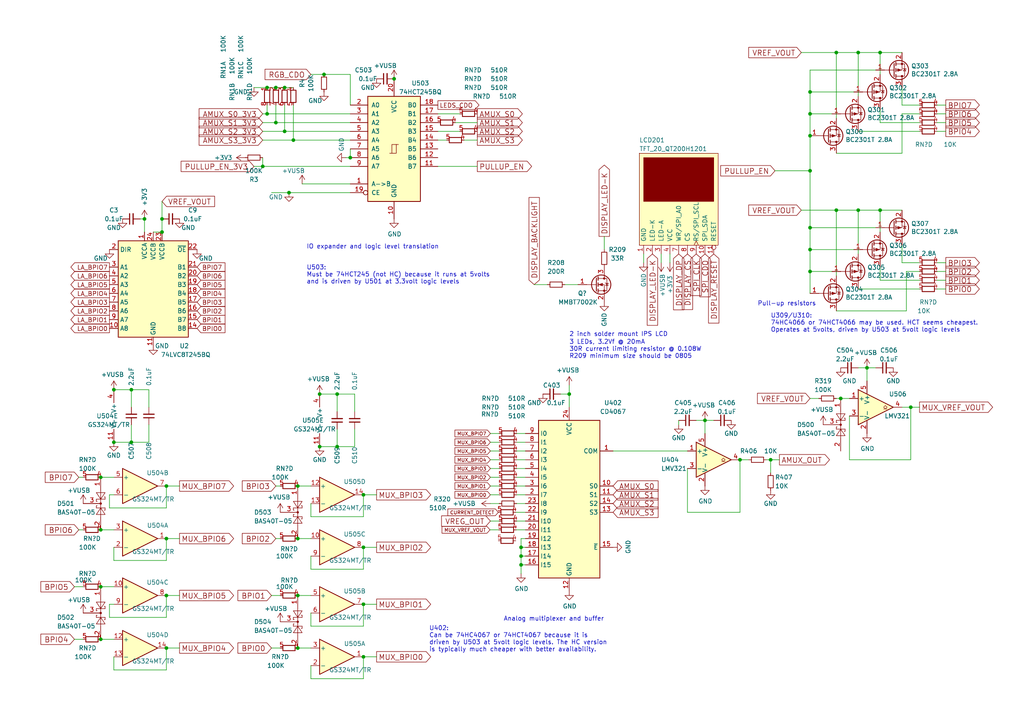
<source format=kicad_sch>
(kicad_sch (version 20250114) (generator "eeschema") (generator_version "9.0")
  (paper "A4")
  (text "IO expander and logic level translation" (at 88.9 72.39 0) (effects (font (size 1.27 1.27)) (justify left bottom)))
  (text "Analog multiplexer and buffer" (at 146.05 180.34 0) (effects (font (size 1.27 1.27)) (justify left bottom)))
  (text "U402:\nCan be 74HC4067 or 74HCT4067 because it is \ndriven by U503 at 5volt logic levels. The HC version \nis typically much cheaper with better availability." (at 124.46 189.23 0) (effects (font (size 1.27 1.27)) (justify left bottom)))
  (text "3 LEDs, 3.2Vf @ 20mA\n30R current limiting resistor @ 0.108W\nR209 minimum size should be 0805" (at 165.1 104.14 0) (effects (font (size 1.27 1.27)) (justify left bottom)))
  (text "2 inch solder mount IPS LCD" (at 165.1 97.79 0) (effects (font (size 1.27 1.27)) (justify left bottom)))
  (text "U503:\nMust be 74HCT245 (not HC) because it runs at 5volts\nand is driven by U501 at 3.3volt logic levels" (at 88.9 82.55 0) (effects (font (size 1.27 1.27)) (justify left bottom)))
  (text "U309/U310:\n74HC4066 or 74HCT4066 may be used. HCT seems cheapest.\nOperates at 5volts, driven by U503 at 5volt logic levels" (at 223.52 96.52 0) (effects (font (size 1.27 1.27)) (justify left bottom)))
  (text "Pull-up resistors" (at 219.71 88.9 0) (effects (font (size 1.27 1.27)) (justify left bottom)))
  (junction (at 151.13 161.29))
  (junction (at 92.71 114.3))
  (junction (at 82.55 25.4))
  (junction (at 101.6 45.72))
  (junction (at 29.21 170.18))
  (junction (at 105.41 190.5))
  (junction (at 234.95 33.02))
  (junction (at 248.92 15.24))
  (junction (at 248.92 60.96))
  (junction (at 38.1 113.03))
  (junction (at 86.36 140.97))
  (junction (at 243.84 115.57))
  (junction (at 33.02 128.27))
  (junction (at 83.82 55.88))
  (junction (at 223.52 133.35))
  (junction (at 105.41 175.26))
  (junction (at 48.26 140.97))
  (junction (at 251.46 106.68))
  (junction (at 234.95 72.39))
  (junction (at 29.21 153.67))
  (junction (at 214.63 133.35))
  (junction (at 86.36 156.21))
  (junction (at 255.27 15.24))
  (junction (at 234.95 66.04))
  (junction (at 77.47 25.4))
  (junction (at 97.79 114.3))
  (junction (at 85.09 40.64))
  (junction (at 86.36 172.72))
  (junction (at 29.21 138.43))
  (junction (at 48.26 187.96))
  (junction (at 151.13 158.75))
  (junction (at 38.1 128.27))
  (junction (at 93.98 21.59))
  (junction (at 242.57 60.96))
  (junction (at 97.79 129.54))
  (junction (at 76.2 48.26))
  (junction (at 48.26 172.72))
  (junction (at 255.27 60.96))
  (junction (at 234.95 49.53))
  (junction (at 204.47 121.92))
  (junction (at 82.55 38.1))
  (junction (at 165.1 114.3))
  (junction (at 46.99 63.5))
  (junction (at 80.01 35.56))
  (junction (at 234.95 78.74))
  (junction (at 151.13 163.83))
  (junction (at 105.41 143.51))
  (junction (at 77.47 33.02))
  (junction (at 234.95 39.37))
  (junction (at 46.99 67.31))
  (junction (at 80.01 25.4))
  (junction (at 29.21 185.42))
  (junction (at 92.71 129.54))
  (junction (at 234.95 26.67))
  (junction (at 48.26 156.21))
  (junction (at 114.3 22.86))
  (junction (at 264.16 118.11))
  (junction (at 86.36 187.96))
  (junction (at 33.02 113.03))
  (junction (at 242.57 15.24))
  (junction (at 105.41 158.75))
  (junction (at 41.91 63.5))
  (wire (pts (xy 246.38 133.35) (xy 246.38 120.65)))
  (wire (pts (xy 97.79 119.38) (xy 97.79 114.3)))
  (wire (pts (xy 255.27 77.47) (xy 255.27 81.28)))
  (wire (pts (xy 234.95 115.57) (xy 237.49 115.57)))
  (wire (pts (xy 83.82 55.88) (xy 101.6 55.88)))
  (wire (pts (xy 255.27 35.56) (xy 255.27 31.75)))
  (wire (pts (xy 90.17 181.61) (xy 105.41 181.61)))
  (wire (pts (xy 241.3 78.74) (xy 234.95 78.74)))
  (wire (pts (xy 29.21 138.43) (xy 33.02 138.43)))
  (wire (pts (xy 254 20.32) (xy 234.95 20.32)))
  (wire (pts (xy 48.26 140.97) (xy 52.07 140.97)))
  (wire (pts (xy 261.62 25.4) (xy 261.62 30.48)))
  (wire (pts (xy 271.78 33.02) (xy 274.32 33.02)))
  (wire (pts (xy 243.84 115.57) (xy 246.38 115.57)))
  (wire (pts (xy 149.86 143.51) (xy 152.4 143.51)))
  (wire (pts (xy 222.25 133.35) (xy 223.52 133.35)))
  (wire (pts (xy 21.59 185.42) (xy 24.13 185.42)))
  (wire (pts (xy 85.09 40.64) (xy 101.6 40.64)))
  (wire (pts (xy 127 40.64) (xy 129.54 40.64)))
  (wire (pts (xy 158.75 82.55) (xy 154.94 82.55)))
  (wire (pts (xy 138.43 35.56) (xy 132.08 35.56)))
  (wire (pts (xy 261.62 44.45) (xy 242.57 44.45)))
  (wire (pts (xy 105.41 165.1) (xy 105.41 158.75)))
  (wire (pts (xy 90.17 146.05) (xy 90.17 149.86)))
  (wire (pts (xy 186.69 73.66) (xy 186.69 76.2)))
  (wire (pts (xy 248.92 106.68) (xy 251.46 106.68)))
  (wire (pts (xy 41.91 63.5) (xy 41.91 67.31)))
  (wire (pts (xy 21.59 170.18) (xy 24.13 170.18)))
  (wire (pts (xy 86.36 172.72) (xy 90.17 172.72)))
  (wire (pts (xy 223.52 137.16) (xy 223.52 133.35)))
  (wire (pts (xy 152.4 161.29) (xy 151.13 161.29)))
  (wire (pts (xy 247.65 26.67) (xy 234.95 26.67)))
  (wire (pts (xy 248.92 60.96) (xy 242.57 60.96)))
  (wire (pts (xy 80.01 140.97) (xy 81.28 140.97)))
  (wire (pts (xy 152.4 148.59) (xy 149.606 148.59)))
  (wire (pts (xy 248.92 27.94) (xy 248.92 15.24)))
  (wire (pts (xy 101.6 30.48) (xy 101.6 21.59)))
  (wire (pts (xy 105.41 158.75) (xy 109.22 158.75)))
  (wire (pts (xy 48.26 179.07) (xy 48.26 172.72)))
  (wire (pts (xy 76.2 33.02) (xy 77.47 33.02)))
  (wire (pts (xy 77.47 30.48) (xy 77.47 33.02)))
  (wire (pts (xy 133.35 38.1) (xy 127 38.1)))
  (wire (pts (xy 204.47 121.92) (xy 204.47 125.73)))
  (wire (pts (xy 151.13 161.29) (xy 151.13 163.83)))
  (wire (pts (xy 242.57 60.96) (xy 242.57 80.01)))
  (wire (pts (xy 33.02 158.75) (xy 33.02 162.56)))
  (wire (pts (xy 264.16 118.11) (xy 264.16 133.35)))
  (wire (pts (xy 255.27 21.59) (xy 255.27 15.24)))
  (wire (pts (xy 224.79 49.53) (xy 234.95 49.53)))
  (wire (pts (xy 144.78 125.73) (xy 142.24 125.73)))
  (wire (pts (xy 127 33.02) (xy 133.35 33.02)))
  (wire (pts (xy 142.24 128.27) (xy 144.78 128.27)))
  (wire (pts (xy 22.86 153.67) (xy 24.13 153.67)))
  (wire (pts (xy 82.55 30.48) (xy 82.55 38.1)))
  (wire (pts (xy 102.87 119.38) (xy 102.87 114.3)))
  (wire (pts (xy 234.95 33.02) (xy 234.95 39.37)))
  (wire (pts (xy 38.1 118.11) (xy 38.1 113.03)))
  (wire (pts (xy 40.64 63.5) (xy 41.91 63.5)))
  (wire (pts (xy 266.7 118.11) (xy 264.16 118.11)))
  (wire (pts (xy 152.4 135.89) (xy 149.86 135.89)))
  (wire (pts (xy 77.47 25.4) (xy 80.01 25.4)))
  (wire (pts (xy 102.87 129.54) (xy 97.79 129.54)))
  (wire (pts (xy 90.17 149.86) (xy 105.41 149.86)))
  (wire (pts (xy 152.4 156.21) (xy 151.13 156.21)))
  (wire (pts (xy 152.4 140.97) (xy 149.86 140.97)))
  (wire (pts (xy 261.62 71.12) (xy 261.62 76.2)))
  (wire (pts (xy 78.74 55.88) (xy 83.82 55.88)))
  (wire (pts (xy 31.75 143.51) (xy 31.75 147.32)))
  (wire (pts (xy 76.2 48.26) (xy 101.6 48.26)))
  (wire (pts (xy 152.4 163.83) (xy 151.13 163.83)))
  (wire (pts (xy 85.09 30.48) (xy 85.09 40.64)))
  (wire (pts (xy 261.62 76.2) (xy 266.7 76.2)))
  (wire (pts (xy 86.36 187.96) (xy 90.17 187.96)))
  (wire (pts (xy 149.86 138.43) (xy 152.4 138.43)))
  (wire (pts (xy 127 48.26) (xy 138.43 48.26)))
  (wire (pts (xy 90.17 177.8) (xy 90.17 181.61)))
  (wire (pts (xy 90.17 161.29) (xy 90.17 165.1)))
  (wire (pts (xy 194.31 73.66) (xy 194.31 76.2)))
  (wire (pts (xy 274.32 81.28) (xy 271.78 81.28)))
  (wire (pts (xy 38.1 113.03) (xy 33.02 113.03)))
  (wire (pts (xy 46.99 63.5) (xy 46.99 67.31)))
  (wire (pts (xy 43.18 113.03) (xy 38.1 113.03)))
  (wire (pts (xy 97.79 114.3) (xy 92.71 114.3)))
  (wire (pts (xy 73.66 48.26) (xy 76.2 48.26)))
  (wire (pts (xy 80.01 30.48) (xy 80.01 35.56)))
  (wire (pts (xy 76.2 35.56) (xy 80.01 35.56)))
  (wire (pts (xy 31.75 179.07) (xy 48.26 179.07)))
  (wire (pts (xy 78.74 187.96) (xy 81.28 187.96)))
  (wire (pts (xy 254 106.68) (xy 251.46 106.68)))
  (wire (pts (xy 105.41 175.26) (xy 109.22 175.26)))
  (wire (pts (xy 48.26 162.56) (xy 48.26 156.21)))
  (wire (pts (xy 105.41 190.5) (xy 109.22 190.5)))
  (wire (pts (xy 142.24 151.13) (xy 144.78 151.13)))
  (wire (pts (xy 77.47 33.02) (xy 101.6 33.02)))
  (wire (pts (xy 78.74 172.72) (xy 81.28 172.72)))
  (wire (pts (xy 105.41 149.86) (xy 105.41 143.51)))
  (wire (pts (xy 234.95 78.74) (xy 234.95 85.09)))
  (wire (pts (xy 46.99 58.42) (xy 46.99 63.5)))
  (wire (pts (xy 33.02 194.31) (xy 48.26 194.31)))
  (wire (pts (xy 196.85 121.92) (xy 196.85 123.19)))
  (wire (pts (xy 255.27 67.31) (xy 255.27 60.96)))
  (wire (pts (xy 165.1 111.76) (xy 165.1 114.3)))
  (wire (pts (xy 82.55 38.1) (xy 101.6 38.1)))
  (wire (pts (xy 234.95 49.53) (xy 234.95 39.37)))
  (wire (pts (xy 151.13 158.75) (xy 152.4 158.75)))
  (wire (pts (xy 217.17 133.35) (xy 214.63 133.35)))
  (wire (pts (xy 105.41 143.51) (xy 109.22 143.51)))
  (wire (pts (xy 82.55 25.4) (xy 85.09 25.4)))
  (wire (pts (xy 255.27 15.24) (xy 248.92 15.24)))
  (wire (pts (xy 142.24 130.81) (xy 144.78 130.81)))
  (wire (pts (xy 271.78 38.1) (xy 274.32 38.1)))
  (wire (pts (xy 199.39 135.89) (xy 199.39 148.59)))
  (wire (pts (xy 254 66.04) (xy 234.95 66.04)))
  (wire (pts (xy 255.27 81.28) (xy 266.7 81.28)))
  (wire (pts (xy 151.13 158.75) (xy 151.13 161.29)))
  (wire (pts (xy 149.733 153.67) (xy 152.4 153.67)))
  (wire (pts (xy 38.1 123.19) (xy 38.1 128.27)))
  (wire (pts (xy 93.98 21.59) (xy 101.6 21.59)))
  (wire (pts (xy 31.75 175.26) (xy 31.75 179.07)))
  (wire (pts (xy 134.62 40.64) (xy 138.43 40.64)))
  (wire (pts (xy 261.62 15.24) (xy 255.27 15.24)))
  (wire (pts (xy 248.92 15.24) (xy 242.57 15.24)))
  (wire (pts (xy 48.26 156.21) (xy 52.07 156.21)))
  (wire (pts (xy 29.21 185.42) (xy 33.02 185.42)))
  (wire (pts (xy 264.16 118.11) (xy 261.62 118.11)))
  (wire (pts (xy 214.63 148.59) (xy 214.63 133.35)))
  (wire (pts (xy 76.2 40.64) (xy 85.09 40.64)))
  (wire (pts (xy 242.57 15.24) (xy 242.57 34.29)))
  (wire (pts (xy 87.63 53.34) (xy 101.6 53.34)))
  (wire (pts (xy 151.13 156.21) (xy 151.13 158.75)))
  (wire (pts (xy 234.95 72.39) (xy 234.95 78.74)))
  (wire (pts (xy 251.46 106.68) (xy 251.46 110.49)))
  (wire (pts (xy 31.75 175.26) (xy 33.02 175.26)))
  (wire (pts (xy 29.21 153.67) (xy 33.02 153.67)))
  (wire (pts (xy 29.21 170.18) (xy 33.02 170.18)))
  (wire (pts (xy 48.26 172.72) (xy 52.07 172.72)))
  (wire (pts (xy 234.95 26.67) (xy 234.95 33.02)))
  (wire (pts (xy 48.26 194.31) (xy 48.26 187.96)))
  (wire (pts (xy 33.02 190.5) (xy 33.02 194.31)))
  (wire (pts (xy 90.17 193.04) (xy 90.17 196.85)))
  (wire (pts (xy 271.78 83.82) (xy 274.32 83.82)))
  (wire (pts (xy 255.27 60.96) (xy 248.92 60.96)))
  (wire (pts (xy 144.653 153.67) (xy 142.113 153.67)))
  (wire (pts (xy 31.75 147.32) (xy 48.26 147.32)))
  (wire (pts (xy 90.17 196.85) (xy 105.41 196.85)))
  (wire (pts (xy 232.41 60.96) (xy 242.57 60.96)))
  (wire (pts (xy 149.86 151.13) (xy 152.4 151.13)))
  (wire (pts (xy 149.86 125.73) (xy 152.4 125.73)))
  (wire (pts (xy 105.41 181.61) (xy 105.41 175.26)))
  (wire (pts (xy 261.62 33.02) (xy 261.62 44.45)))
  (wire (pts (xy 73.66 25.4) (xy 77.47 25.4)))
  (wire (pts (xy 247.65 72.39) (xy 234.95 72.39)))
  (wire (pts (xy 163.83 82.55) (xy 167.64 82.55)))
  (wire (pts (xy 144.78 133.35) (xy 142.24 133.35)))
  (wire (pts (xy 80.01 156.21) (xy 81.28 156.21)))
  (wire (pts (xy 105.41 196.85) (xy 105.41 190.5)))
  (wire (pts (xy 234.95 20.32) (xy 234.95 26.67)))
  (wire (pts (xy 264.16 133.35) (xy 246.38 133.35)))
  (wire (pts (xy 97.79 129.54) (xy 92.71 129.54)))
  (wire (pts (xy 271.78 35.56) (xy 274.32 35.56)))
  (wire (pts (xy 223.52 133.35) (xy 226.06 133.35)))
  (wire (pts (xy 33.02 162.56) (xy 48.26 162.56)))
  (wire (pts (xy 234.95 49.53) (xy 234.95 66.04)))
  (wire (pts (xy 248.92 73.66) (xy 248.92 60.96)))
  (wire (pts (xy 262.89 78.74) (xy 266.7 78.74)))
  (wire (pts (xy 152.4 128.27) (xy 149.86 128.27)))
  (wire (pts (xy 271.78 78.74) (xy 274.32 78.74)))
  (wire (pts (xy 242.57 15.24) (xy 232.41 15.24)))
  (wire (pts (xy 201.93 121.92) (xy 204.47 121.92)))
  (wire (pts (xy 80.01 35.56) (xy 101.6 35.56)))
  (wire (pts (xy 102.87 124.46) (xy 102.87 129.54)))
  (wire (pts (xy 44.45 67.31) (xy 46.99 67.31)))
  (wire (pts (xy 76.2 45.72) (xy 76.2 48.26)))
  (wire (pts (xy 248.92 38.1) (xy 266.7 38.1)))
  (wire (pts (xy 261.62 33.02) (xy 266.7 33.02)))
  (wire (pts (xy 162.56 114.3) (xy 165.1 114.3)))
  (wire (pts (xy 262.89 78.74) (xy 262.89 90.17)))
  (wire (pts (xy 101.6 43.18) (xy 101.6 45.72)))
  (wire (pts (xy 142.24 143.51) (xy 144.78 143.51)))
  (wire (pts (xy 38.1 128.27) (xy 33.02 128.27)))
  (wire (pts (xy 86.36 156.21) (xy 90.17 156.21)))
  (wire (pts (xy 48.26 187.96) (xy 52.07 187.96)))
  (wire (pts (xy 100.33 45.72) (xy 101.6 45.72)))
  (wire (pts (xy 248.92 83.82) (xy 266.7 83.82)))
  (wire (pts (xy 144.78 146.05) (xy 142.24 146.05)))
  (wire (pts (xy 149.86 146.05) (xy 152.4 146.05)))
  (wire (pts (xy 90.17 21.59) (xy 93.98 21.59)))
  (wire (pts (xy 165.1 118.11) (xy 165.1 114.3)))
  (wire (pts (xy 207.01 121.92) (xy 204.47 121.92)))
  (wire (pts (xy 262.89 90.17) (xy 242.57 90.17)))
  (wire (pts (xy 261.62 30.48) (xy 266.7 30.48)))
  (wire (pts (xy 274.32 76.2) (xy 271.78 76.2)))
  (wire (pts (xy 142.24 138.43) (xy 144.78 138.43)))
  (wire (pts (xy 86.36 140.97) (xy 90.17 140.97)))
  (wire (pts (xy 271.78 30.48) (xy 274.32 30.48)))
  (wire (pts (xy 177.8 130.81) (xy 199.39 130.81)))
  (wire (pts (xy 102.87 114.3) (xy 97.79 114.3)))
  (wire (pts (xy 90.17 165.1) (xy 105.41 165.1)))
  (wire (pts (xy 144.78 140.97) (xy 142.24 140.97)))
  (wire (pts (xy 175.26 68.58) (xy 175.26 72.39)))
  (wire (pts (xy 80.01 25.4) (xy 82.55 25.4)))
  (wire (pts (xy 199.39 148.59) (xy 214.63 148.59)))
  (wire (pts (xy 191.77 73.66) (xy 191.77 76.2)))
  (wire (pts (xy 97.79 124.46) (xy 97.79 129.54)))
  (wire (pts (xy 234.95 66.04) (xy 234.95 72.39)))
  (wire (pts (xy 261.62 60.96) (xy 255.27 60.96)))
  (wire (pts (xy 241.3 33.02) (xy 234.95 33.02)))
  (wire (pts (xy 76.2 38.1) (xy 82.55 38.1)))
  (wire (pts (xy 43.18 123.19) (xy 43.18 128.27)))
  (wire (pts (xy 242.57 115.57) (xy 243.84 115.57)))
  (wire (pts (xy 22.86 138.43) (xy 24.13 138.43)))
  (wire (pts (xy 48.26 147.32) (xy 48.26 140.97)))
  (wire (pts (xy 43.18 118.11) (xy 43.18 113.03)))
  (wire (pts (xy 149.86 130.81) (xy 152.4 130.81)))
  (wire (pts (xy 255.27 35.56) (xy 266.7 35.56)))
  (wire (pts (xy 144.78 135.89) (xy 142.24 135.89)))
  (wire (pts (xy 152.4 133.35) (xy 149.86 133.35)))
  (wire (pts (xy 43.18 128.27) (xy 38.1 128.27)))
  (wire (pts (xy 31.75 143.51) (xy 33.02 143.51)))
  (wire (pts (xy 151.13 163.83) (xy 151.13 166.37)))
  (global_label "MUX_VREF_VOUT" (shape input) (at 142.113 153.67 180) (effects (font (size 1 1))) (property "Intersheetrefs" "${INTERSHEET_REFS}" (effects (hide yes))))
  (global_label "AMUX_S3" (shape input) (at 177.8 148.59 0) (effects (font (size 1.524 1.524))) (property "Intersheetrefs" "${INTERSHEET_REFS}" (effects (hide yes))))
  (global_label "BPIO7" (shape input) (at 57.15 77.47 0) (property "Intersheetrefs" "${INTERSHEET_REFS}" (effects (hide yes))))
  (global_label "AMUX_S3" (shape output) (at 138.43 40.64 0) (effects (font (size 1.524 1.524))) (property "Intersheetrefs" "${INTERSHEET_REFS}" (effects (hide yes))))
  (global_label "AMUX_S2" (shape input) (at 177.8 146.05 0) (effects (font (size 1.524 1.524))) (property "Intersheetrefs" "${INTERSHEET_REFS}" (effects (hide yes))))
  (global_label "BPIO4" (shape input) (at 57.15 85.09 0) (property "Intersheetrefs" "${INTERSHEET_REFS}" (effects (hide yes))))
  (global_label "DISPLAY_LED-K" (shape output) (at 175.26 68.58 90) (effects (font (size 1.524 1.524))) (property "Intersheetrefs" "${INTERSHEET_REFS}" (effects (hide yes))))
  (global_label "MUX_BPIO5" (shape input) (at 142.24 130.81 180) (effects (font (size 1 1))) (property "Intersheetrefs" "${INTERSHEET_REFS}" (effects (hide yes))))
  (global_label "BPIO0" (shape input) (at 78.74 187.96 180) (effects (font (size 1.524 1.524))) (property "Intersheetrefs" "${INTERSHEET_REFS}" (effects (hide yes))))
  (global_label "BPIO1" (shape input) (at 78.74 172.72 180) (effects (font (size 1.524 1.524))) (property "Intersheetrefs" "${INTERSHEET_REFS}" (effects (hide yes))))
  (global_label "MUX_VREF_VOUT" (shape output) (at 266.7 118.11 0) (effects (font (size 1.524 1.524))) (property "Intersheetrefs" "${INTERSHEET_REFS}" (effects (hide yes))))
  (global_label "VREF_VOUT" (shape input) (at 46.99 58.42 0) (effects (font (size 1.524 1.524))) (property "Intersheetrefs" "${INTERSHEET_REFS}" (effects (hide yes))))
  (global_label "MUX_BPIO4" (shape input) (at 142.24 133.35 180) (effects (font (size 1 1))) (property "Intersheetrefs" "${INTERSHEET_REFS}" (effects (hide yes))))
  (global_label "LA_BPIO0" (shape output) (at 31.75 95.25 180) (property "Intersheetrefs" "${INTERSHEET_REFS}" (effects (hide yes))))
  (global_label "LEDS_CDO" (shape output) (at 127 30.48 0) (property "Intersheetrefs" "${INTERSHEET_REFS}" (effects (hide yes))))
  (global_label "BPIO0" (shape output) (at 274.32 83.82 0) (effects (font (size 1.524 1.524))) (property "Intersheetrefs" "${INTERSHEET_REFS}" (effects (hide yes))))
  (global_label "VREF_VOUT" (shape input) (at 232.41 60.96 180) (effects (font (size 1.524 1.524))) (property "Intersheetrefs" "${INTERSHEET_REFS}" (effects (hide yes))))
  (global_label "BPIO4" (shape output) (at 274.32 38.1 0) (effects (font (size 1.524 1.524))) (property "Intersheetrefs" "${INTERSHEET_REFS}" (effects (hide yes))))
  (global_label "MUX_BPIO4" (shape output) (at 52.07 187.96 0) (effects (font (size 1.524 1.524))) (property "Intersheetrefs" "${INTERSHEET_REFS}" (effects (hide yes))))
  (global_label "MUX_BPIO3" (shape output) (at 109.22 143.51 0) (effects (font (size 1.524 1.524))) (property "Intersheetrefs" "${INTERSHEET_REFS}" (effects (hide yes))))
  (global_label "VREG_OUT" (shape input) (at 142.24 151.13 180) (effects (font (size 1.524 1.524))) (property "Intersheetrefs" "${INTERSHEET_REFS}" (effects (hide yes))))
  (global_label "MUX_BPIO2" (shape output) (at 109.22 158.75 0) (effects (font (size 1.524 1.524))) (property "Intersheetrefs" "${INTERSHEET_REFS}" (effects (hide yes))))
  (global_label "MUX_BPIO2" (shape input) (at 142.24 138.43 180) (effects (font (size 1 1))) (property "Intersheetrefs" "${INTERSHEET_REFS}" (effects (hide yes))))
  (global_label "VREF_VOUT" (shape input) (at 232.41 15.24 180) (effects (font (size 1.524 1.524))) (property "Intersheetrefs" "${INTERSHEET_REFS}" (effects (hide yes))))
  (global_label "BPIO1" (shape input) (at 57.15 92.71 0) (property "Intersheetrefs" "${INTERSHEET_REFS}" (effects (hide yes))))
  (global_label "BPIO2" (shape input) (at 80.01 156.21 180) (effects (font (size 1.524 1.524))) (property "Intersheetrefs" "${INTERSHEET_REFS}" (effects (hide yes))))
  (global_label "MUX_BPIO6" (shape output) (at 52.07 156.21 0) (effects (font (size 1.524 1.524))) (property "Intersheetrefs" "${INTERSHEET_REFS}" (effects (hide yes))))
  (global_label "PULLUP_EN" (shape output) (at 138.43 48.26 0) (effects (font (size 1.524 1.524))) (property "Intersheetrefs" "${INTERSHEET_REFS}" (effects (hide yes))))
  (global_label "DISPLAY_BACKLIGHT" (shape input) (at 154.94 82.55 90) (effects (font (size 1.524 1.524))) (property "Intersheetrefs" "${INTERSHEET_REFS}" (effects (hide yes))))
  (global_label "BPIO5" (shape output) (at 274.32 35.56 0) (effects (font (size 1.524 1.524))) (property "Intersheetrefs" "${INTERSHEET_REFS}" (effects (hide yes))))
  (global_label "BPIO3" (shape input) (at 80.01 140.97 180) (effects (font (size 1.524 1.524))) (property "Intersheetrefs" "${INTERSHEET_REFS}" (effects (hide yes))))
  (global_label "SPI_CDO" (shape input) (at 204.47 73.66 270) (effects (font (size 1.524 1.524))) (property "Intersheetrefs" "${INTERSHEET_REFS}" (effects (hide yes))))
  (global_label "LA_BPIO6" (shape output) (at 31.75 80.01 180) (property "Intersheetrefs" "${INTERSHEET_REFS}" (effects (hide yes))))
  (global_label "MUX_BPIO3" (shape input) (at 142.24 135.89 180) (effects (font (size 1 1))) (property "Intersheetrefs" "${INTERSHEET_REFS}" (effects (hide yes))))
  (global_label "MUX_BPIO7" (shape output) (at 52.07 140.97 0) (effects (font (size 1.524 1.524))) (property "Intersheetrefs" "${INTERSHEET_REFS}" (effects (hide yes))))
  (global_label "BPIO6" (shape input) (at 22.86 153.67 180) (effects (font (size 1.524 1.524))) (property "Intersheetrefs" "${INTERSHEET_REFS}" (effects (hide yes))))
  (global_label "PULLUP_EN" (shape input) (at 224.79 49.53 180) (effects (font (size 1.524 1.524))) (property "Intersheetrefs" "${INTERSHEET_REFS}" (effects (hide yes))))
  (global_label "CURRENT_DETECT" (shape input) (at 144.526 148.59 180) (effects (font (size 0.9906 0.9906))) (property "Intersheetrefs" "${INTERSHEET_REFS}" (effects (hide yes))))
  (global_label "VREF_VOUT" (shape input) (at 234.95 115.57 180) (effects (font (size 1.524 1.524))) (property "Intersheetrefs" "${INTERSHEET_REFS}" (effects (hide yes))))
  (global_label "LA_BPIO1" (shape output) (at 31.75 92.71 180) (property "Intersheetrefs" "${INTERSHEET_REFS}" (effects (hide yes))))
  (global_label "MUX_BPIO0" (shape input) (at 142.24 143.51 180) (effects (font (size 1 1))) (property "Intersheetrefs" "${INTERSHEET_REFS}" (effects (hide yes))))
  (global_label "DISPLAY_LED-K" (shape input) (at 189.23 73.66 270) (effects (font (size 1.524 1.524))) (property "Intersheetrefs" "${INTERSHEET_REFS}" (effects (hide yes))))
  (global_label "AMUX_OUT" (shape output) (at 226.06 133.35 0) (effects (font (size 1.524 1.524))) (property "Intersheetrefs" "${INTERSHEET_REFS}" (effects (hide yes))))
  (global_label "MUX_BPIO0" (shape output) (at 109.22 190.5 0) (effects (font (size 1.524 1.524))) (property "Intersheetrefs" "${INTERSHEET_REFS}" (effects (hide yes))))
  (global_label "BPIO5" (shape input) (at 21.59 170.18 180) (effects (font (size 1.524 1.524))) (property "Intersheetrefs" "${INTERSHEET_REFS}" (effects (hide yes))))
  (global_label "RGB_CDO" (shape input) (at 90.17 21.59 180) (effects (font (size 1.524 1.524))) (property "Intersheetrefs" "${INTERSHEET_REFS}" (effects (hide yes))))
  (global_label "DISPLAY_RESET" (shape input) (at 207.01 73.66 270) (effects (font (size 1.524 1.524))) (property "Intersheetrefs" "${INTERSHEET_REFS}" (effects (hide yes))))
  (global_label "BPIO7" (shape output) (at 274.32 30.48 0) (effects (font (size 1.524 1.524))) (property "Intersheetrefs" "${INTERSHEET_REFS}" (effects (hide yes))))
  (global_label "BPIO7" (shape input) (at 22.86 138.43 180) (effects (font (size 1.524 1.524))) (property "Intersheetrefs" "${INTERSHEET_REFS}" (effects (hide yes))))
  (global_label "SPI_CLK" (shape input) (at 201.93 73.66 270) (effects (font (size 1.524 1.524))) (property "Intersheetrefs" "${INTERSHEET_REFS}" (effects (hide yes))))
  (global_label "MUX_BPIO6" (shape input) (at 142.24 128.27 180) (effects (font (size 1 1))) (property "Intersheetrefs" "${INTERSHEET_REFS}" (effects (hide yes))))
  (global_label "AMUX_S0_3V3" (shape input) (at 76.2 33.02 180) (effects (font (size 1.524 1.524))) (property "Intersheetrefs" "${INTERSHEET_REFS}" (effects (hide yes))))
  (global_label "LA_BPIO7" (shape output) (at 31.75 77.47 180) (property "Intersheetrefs" "${INTERSHEET_REFS}" (effects (hide yes))))
  (global_label "AMUX_S1_3V3" (shape input) (at 76.2 35.56 180) (effects (font (size 1.524 1.524))) (property "Intersheetrefs" "${INTERSHEET_REFS}" (effects (hide yes))))
  (global_label "BPIO5" (shape input) (at 57.15 82.55 0) (property "Intersheetrefs" "${INTERSHEET_REFS}" (effects (hide yes))))
  (global_label "LA_BPIO5" (shape output) (at 31.75 82.55 180) (property "Intersheetrefs" "${INTERSHEET_REFS}" (effects (hide yes))))
  (global_label "MUX_BPIO7" (shape input) (at 142.24 125.73 180) (effects (font (size 1 1))) (property "Intersheetrefs" "${INTERSHEET_REFS}" (effects (hide yes))))
  (global_label "LA_BPIO2" (shape output) (at 31.75 90.17 180) (property "Intersheetrefs" "${INTERSHEET_REFS}" (effects (hide yes))))
  (global_label "BPIO6" (shape output) (at 274.32 33.02 0) (effects (font (size 1.524 1.524))) (property "Intersheetrefs" "${INTERSHEET_REFS}" (effects (hide yes))))
  (global_label "DISPLAY_DP" (shape input) (at 196.85 73.66 270) (effects (font (size 1.524 1.524))) (property "Intersheetrefs" "${INTERSHEET_REFS}" (effects (hide yes))))
  (global_label "BPIO1" (shape output) (at 274.32 81.28 0) (effects (font (size 1.524 1.524))) (property "Intersheetrefs" "${INTERSHEET_REFS}" (effects (hide yes))))
  (global_label "AMUX_S0" (shape input) (at 177.8 140.97 0) (effects (font (size 1.524 1.524))) (property "Intersheetrefs" "${INTERSHEET_REFS}" (effects (hide yes))))
  (global_label "BPIO2" (shape output) (at 274.32 78.74 0) (effects (font (size 1.524 1.524))) (property "Intersheetrefs" "${INTERSHEET_REFS}" (effects (hide yes))))
  (global_label "AMUX_S1" (shape output) (at 138.43 35.56 0) (effects (font (size 1.524 1.524))) (property "Intersheetrefs" "${INTERSHEET_REFS}" (effects (hide yes))))
  (global_label "MUX_BPIO1" (shape input) (at 142.24 140.97 180) (effects (font (size 1 1))) (property "Intersheetrefs" "${INTERSHEET_REFS}" (effects (hide yes))))
  (global_label "PULLUP_EN_3V3" (shape input) (at 73.66 48.26 180) (effects (font (size 1.524 1.524))) (property "Intersheetrefs" "${INTERSHEET_REFS}" (effects (hide yes))))
  (global_label "AMUX_S2_3V3" (shape input) (at 76.2 38.1 180) (effects (font (size 1.524 1.524))) (property "Intersheetrefs" "${INTERSHEET_REFS}" (effects (hide yes))))
  (global_label "LA_BPIO3" (shape output) (at 31.75 87.63 180) (property "Intersheetrefs" "${INTERSHEET_REFS}" (effects (hide yes))))
  (global_label "BPIO6" (shape input) (at 57.15 80.01 0) (property "Intersheetrefs" "${INTERSHEET_REFS}" (effects (hide yes))))
  (global_label "BPIO0" (shape input) (at 57.15 95.25 0) (property "Intersheetrefs" "${INTERSHEET_REFS}" (effects (hide yes))))
  (global_label "AMUX_S2" (shape output) (at 138.43 38.1 0) (effects (font (size 1.524 1.524))) (property "Intersheetrefs" "${INTERSHEET_REFS}" (effects (hide yes))))
  (global_label "BPIO3" (shape input) (at 57.15 87.63 0) (property "Intersheetrefs" "${INTERSHEET_REFS}" (effects (hide yes))))
  (global_label "MUX_BPIO5" (shape output) (at 52.07 172.72 0) (effects (font (size 1.524 1.524))) (property "Intersheetrefs" "${INTERSHEET_REFS}" (effects (hide yes))))
  (global_label "AMUX_S0" (shape output) (at 138.43 33.02 0) (effects (font (size 1.524 1.524))) (property "Intersheetrefs" "${INTERSHEET_REFS}" (effects (hide yes))))
  (global_label "DISPLAY_CS" (shape input) (at 199.39 73.66 270) (effects (font (size 1.524 1.524))) (property "Intersheetrefs" "${INTERSHEET_REFS}" (effects (hide yes))))
  (global_label "BPIO3" (shape output) (at 274.32 76.2 0) (effects (font (size 1.524 1.524))) (property "Intersheetrefs" "${INTERSHEET_REFS}" (effects (hide yes))))
  (global_label "MUX_BPIO1" (shape output) (at 109.22 175.26 0) (effects (font (size 1.524 1.524))) (property "Intersheetrefs" "${INTERSHEET_REFS}" (effects (hide yes))))
  (global_label "AMUX_S1" (shape input) (at 177.8 143.51 0) (effects (font (size 1.524 1.524))) (property "Intersheetrefs" "${INTERSHEET_REFS}" (effects (hide yes))))
  (global_label "AMUX_S3_3V3" (shape input) (at 76.2 40.64 180) (effects (font (size 1.524 1.524))) (property "Intersheetrefs" "${INTERSHEET_REFS}" (effects (hide yes))))
  (global_label "LA_BPIO4" (shape output) (at 31.75 85.09 180) (property "Intersheetrefs" "${INTERSHEET_REFS}" (effects (hide yes))))
  (global_label "BPIO4" (shape input) (at 21.59 185.42 180) (effects (font (size 1.524 1.524))) (property "Intersheetrefs" "${INTERSHEET_REFS}" (effects (hide yes))))
  (global_label "BPIO2" (shape input) (at 57.15 90.17 0) (property "Intersheetrefs" "${INTERSHEET_REFS}" (effects (hide yes))))
  (symbol (lib_id "Device:R_Small") (at 219.71 133.35 90) (unit 1)
    (property "Reference" "R406" (at 217.17 130.81 90))
    (property "Value" "10K" (at 223.52 130.81 90))
    (property "Footprint" "Resistor_SMD:R_0402_1005Metric" (effects (hide yes)))
    (property "RMB" "0.004864" (effects (hide yes)))
    (property "Supplier" "https://item.szlcsc.com/61542.html" (effects (hide yes)))
  )
  (symbol (lib_id "power:GND") (at 165.1 171.45 0) (unit 1)
    (property "Reference" "#PWR0409" (effects (hide yes)))
    (property "Value" "GND" (at 165.227 175.8442 0))
  )
  (symbol (lib_id "Device:C_Small") (at 160.02 114.3 90) (unit 1)
    (property "Reference" "C403" (at 160.02 111.76 90))
    (property "Value" "0.1uF" (at 161.29 116.84 90))
    (property "Footprint" "Capacitor_SMD:C_0402_1005Metric" (effects (hide yes)))
    (property "RMB" "0.00628" (effects (hide yes)))
    (property "Supplier" "https://item.szlcsc.com/1877.html" (effects (hide yes)))
  )
  (symbol (lib_id "power:GND") (at 157.48 114.3 0) (unit 1)
    (property "Reference" "#PWR0407" (effects (hide yes)))
    (property "Value" "GND" (at 154.94 116.84 0))
  )
  (symbol (lib_id "74xx:CD74HC4067M") (at 165.1 143.51 0) (mirror y) (unit 1)
    (property "Reference" "U402" (at 177.8 116.84 0))
    (property "Value" "CD4067" (at 177.8 119.38 0))
    (property "Footprint" "Package_SO:TSSOP-24_4.4x7.8mm_P0.65mm" (effects (hide yes)))
    (property "Datasheet" "http://www.ti.com/lit/ds/symlink/cd74hc4067.pdf" (effects (hide yes)))
    (property "Supplier" "https://eu.mouser.com/ProductDetail/Nexperia/74HCT4067PW118" (effects (hide yes)))
    (property "USD" "0.762" (effects (hide yes)))
  )
  (symbol (lib_id "dp-power:+VUSB") (at 165.1 111.76 0) (unit 1)
    (property "Reference" "#PWR0408" (effects (hide yes)))
    (property "Value" "+VUSB" (at 164.719 107.3658 0))
  )
  (symbol (lib_id "Device:R_Small") (at 223.52 139.7 180) (unit 1)
    (property "Reference" "R407" (at 224.79 138.43 0) (effects (justify right)))
    (property "Value" "10K" (at 224.79 140.97 0) (effects (justify right)))
    (property "Footprint" "Resistor_SMD:R_0402_1005Metric" (effects (hide yes)))
    (property "RMB" "0.004864" (effects (hide yes)))
    (property "Supplier" "https://item.szlcsc.com/61542.html" (effects (hide yes)))
  )
  (symbol (lib_id "power:GND") (at 223.52 142.24 0) (unit 1)
    (property "Reference" "#PWR0420" (effects (hide yes)))
    (property "Value" "GND" (at 223.52 146.05 0))
  )
  (symbol (lib_id "power:GND") (at 186.69 76.2 0) (unit 1)
    (property "Reference" "#PWR0212" (effects (hide yes)))
    (property "Value" "GND" (at 186.69 81.28 90))
  )
  (symbol (lib_id "Transistor_FET:BSS138") (at 172.72 82.55 0) (unit 1)
    (property "Reference" "Q202" (at 168.91 85.09 0))
    (property "Value" "MMBT7002K" (at 167.64 87.63 0))
    (property "Footprint" "Package_TO_SOT_SMD:SOT-23" (effects (hide yes)))
    (property "Datasheet" "https://www.fairchildsemi.com/datasheets/BS/BSS138.pdf" (effects (hide yes)))
    (property "RMB" "0.140017" (effects (hide yes)))
    (property "Supplier" "https://item.szlcsc.com/544697.html" (effects (hide yes)))
    (instances (project "REV0" (path "" (reference "Q?") (unit 1)) (path "" (reference "Q202") (unit 1))))
  )
  (symbol (lib_id "Device:R_Small") (at 175.26 74.93 180) (unit 1)
    (property "Reference" "R209" (at 179.07 72.39 0))
    (property "Value" "33R" (at 179.07 74.93 0))
    (property "Footprint" "Resistor_SMD:R_0805_2012Metric" (effects (hide yes)))
    (property "RMB" "0.019315" (effects (hide yes)))
    (property "Supplier" "https://item.szlcsc.com/139271.html" (effects (hide yes)))
  )
  (symbol (lib_id "power:GND") (at 175.26 87.63 0) (unit 1)
    (property "Reference" "#PWR0211" (effects (hide yes)))
    (property "Value" "GND" (at 175.26 92.71 90))
  )
  (symbol (lib_id "power:+3V3") (at 194.31 76.2 180) (unit 1)
    (property "Reference" "#PWR0214" (effects (hide yes)))
    (property "Value" "+3V3" (at 194.31 82.55 90))
  )
  (symbol (lib_id "dp-power:+VUSB") (at 191.77 76.2 180) (unit 1)
    (property "Reference" "#PWR0213" (effects (hide yes)))
    (property "Value" "+VUSB" (at 192.151 79.4258 90) (effects (justify left)))
  )
  (symbol (lib_id "dp-power:+VUSB") (at 142.24 146.05 90) (unit 1)
    (property "Reference" "#PWR0406" (effects (hide yes)))
    (property "Value" "+VUSB" (at 134.62 146.05 90))
  )
  (symbol (lib_id "power:GND") (at 114.3 63.5 0) (unit 1)
    (property "Reference" "#PWR0512" (effects (hide yes)))
    (property "Value" "GND" (at 114.427 67.8942 0))
  )
  (symbol (lib_id "74xx:74HC245") (at 114.3 43.18 0) (unit 1)
    (property "Reference" "U503" (at 121.92 24.13 0))
    (property "Value" "74HCT245BQ" (at 121.92 26.67 0))
    (property "Footprint" "Package_DFN_QFN:DHVQFN-20-1EP_2.5x4.5mm_P0.5mm_EP1x3mm" (effects (hide yes)))
    (property "Datasheet" "http://www.ti.com/lit/gpn/sn74HC245" (effects (hide yes)))
  )
  (symbol (lib_id "dp-power:+VUSB") (at 114.3 22.86 0) (unit 1)
    (property "Reference" "#PWR0511" (effects (hide yes)))
    (property "Value" "+VUSB" (at 111.76 19.05 0))
  )
  (symbol (lib_id "Device:R_Small") (at 161.29 82.55 90) (mirror x) (unit 1)
    (property "Reference" "R208" (at 161.29 76.2 90))
    (property "Value" "200R" (at 161.29 78.74 90))
    (property "Footprint" "Resistor_SMD:R_0402_1005Metric" (effects (hide yes)))
    (property "RMB" "0.005749" (effects (hide yes)))
    (property "Supplier" "https://item.szlcsc.com/61543.html" (effects (hide yes)))
  )
  (symbol (lib_id "Device:C_Small") (at 111.76 22.86 90) (unit 1)
    (property "Reference" "C503" (at 105.41 20.32 90))
    (property "Value" "0.1uF" (at 106.68 22.86 90))
    (property "Footprint" "Capacitor_SMD:C_0402_1005Metric" (effects (hide yes)))
    (property "RMB" "0.00628" (effects (hide yes)))
    (property "Supplier" "https://item.szlcsc.com/1877.html" (effects (hide yes)))
  )
  (symbol (lib_id "power:GND") (at 109.22 22.86 0) (unit 1)
    (property "Reference" "#PWR0510" (effects (hide yes)))
    (property "Value" "GND" (at 106.68 25.4 0))
  )
  (symbol (lib_id "dp-power:+VUSB") (at 87.63 53.34 0) (unit 1)
    (property "Reference" "#PWR0509" (effects (hide yes)))
    (property "Value" "+VUSB" (at 85.09 49.53 0))
  )
  (symbol (lib_id "Device:C_Small") (at 199.39 121.92 90) (unit 1)
    (property "Reference" "C405" (at 198.12 116.84 90))
    (property "Value" "2.2uF" (at 198.12 119.38 90))
    (property "Footprint" "Capacitor_SMD:C_0402_1005Metric" (effects (hide yes)))
    (property "RMB" "0.00628" (effects (hide yes)))
    (property "Supplier" "https://item.szlcsc.com/1877.html" (effects (hide yes)))
  )
  (symbol (lib_id "power:GND") (at 196.85 123.19 0) (unit 1)
    (property "Reference" "#PWR0414" (effects (hide yes)))
    (property "Value" "GND" (at 196.85 127 0))
  )
  (symbol (lib_id "dp-power:+VUSB") (at 204.47 121.92 0) (unit 1)
    (property "Reference" "#PWR0415" (effects (hide yes)))
    (property "Value" "+VUSB" (at 204.089 117.5258 0))
  )
  (symbol (lib_id "power:GND") (at 204.47 140.97 0) (unit 1)
    (property "Reference" "#PWR0416" (effects (hide yes)))
    (property "Value" "GND" (at 204.597 145.3642 0))
  )
  (symbol (lib_id "Device:C_Small") (at 209.55 121.92 90) (unit 1)
    (property "Reference" "C406" (at 210.82 116.84 90))
    (property "Value" "0.1uF" (at 210.82 119.38 90))
    (property "Footprint" "Capacitor_SMD:C_0402_1005Metric" (effects (hide yes)))
    (property "RMB" "0.00628" (effects (hide yes)))
    (property "Supplier" "https://item.szlcsc.com/1877.html" (effects (hide yes)))
  )
  (symbol (lib_id "power:GND") (at 212.09 121.92 0) (unit 1)
    (property "Reference" "#PWR0418" (effects (hide yes)))
    (property "Value" "GND" (at 212.09 125.73 0))
  )
  (symbol (lib_id "power:GND") (at 100.33 45.72 270) (unit 1)
    (property "Reference" "#PWR0108" (effects (hide yes)))
    (property "Value" "GND" (at 99.06 41.91 0))
  )
  (symbol (lib_id "dp-rarray:R_Array") (at 132.08 40.64 270) (unit 1)
    (property "Reference" "RN315" (at 139.7 27.94 90))
    (property "Value" "510R" (at 147.32 27.94 90))
    (property "Footprint" "Resistor_SMD:R_Array_Convex_4x0402" (effects (hide yes)))
    (property "Datasheet" "http://www.vishay.com/docs/31509/csc.pdf" (effects (hide yes)))
    (property "RMB" "0.033552" (effects (hide yes)))
    (property "Supplier" "https://item.szlcsc.com/26241.html" (effects (hide yes)))
    (instances (project "REV0" (path "" (reference "RN?") (unit 4)) (path "" (reference "RN315") (unit 1))))
  )
  (symbol (lib_id "dp-rarray:R_Array") (at 135.89 38.1 270) (unit 2)
    (property "Reference" "RN315" (at 137.16 25.4 90))
    (property "Value" "510R" (at 144.78 25.4 90))
    (property "Footprint" "Resistor_SMD:R_Array_Convex_4x0402" (effects (hide yes)))
    (property "Datasheet" "http://www.vishay.com/docs/31509/csc.pdf" (effects (hide yes)))
    (property "RMB" "0.033552" (effects (hide yes)))
    (property "Supplier" "https://item.szlcsc.com/26241.html" (effects (hide yes)))
    (instances (project "REV0" (path "" (reference "RN?") (unit 4)) (path "" (reference "RN315") (unit 2))))
  )
  (symbol (lib_id "dp-rarray:R_Array") (at 129.54 35.56 270) (unit 3)
    (property "Reference" "RN315" (at 137.16 22.86 90))
    (property "Value" "510R" (at 144.78 22.86 90))
    (property "Footprint" "Resistor_SMD:R_Array_Convex_4x0402" (effects (hide yes)))
    (property "Datasheet" "http://www.vishay.com/docs/31509/csc.pdf" (effects (hide yes)))
    (property "RMB" "0.033552" (effects (hide yes)))
    (property "Supplier" "https://item.szlcsc.com/26241.html" (effects (hide yes)))
    (instances (project "REV0" (path "" (reference "RN?") (unit 4)) (path "" (reference "RN315") (unit 3))))
  )
  (symbol (lib_id "dp-rarray:R_Array") (at 135.89 33.02 270) (unit 4)
    (property "Reference" "RN315" (at 137.16 20.32 90))
    (property "Value" "510R" (at 144.78 20.32 90))
    (property "Footprint" "Resistor_SMD:R_Array_Convex_4x0402" (effects (hide yes)))
    (property "Datasheet" "http://www.vishay.com/docs/31509/csc.pdf" (effects (hide yes)))
    (property "RMB" "0.033552" (effects (hide yes)))
    (property "Supplier" "https://item.szlcsc.com/26241.html" (effects (hide yes)))
    (instances (project "REV0" (path "" (reference "RN?") (unit 4)) (path "" (reference "RN315") (unit 4))))
  )
  (symbol (lib_id "dp-lcd:TFT_20_QT200H1201") (at 196.85 52.07 0) (unit 1)
    (property "Reference" "LCD201" (at 185.42 40.64 0) (effects (justify left)))
    (property "Value" "TFT_20_QT200H1201" (at 185.42 43.18 0) (effects (justify left)))
    (property "Footprint" "dp-lcd:TFT_20_QT200H1201" (effects (hide yes)))
  )
  (symbol (lib_id "power:GND") (at 151.13 166.37 0) (unit 1)
    (property "Reference" "#PWR0131" (effects (hide yes)))
    (property "Value" "GND" (at 151.257 170.7642 0))
  )
  (symbol (lib_id "dp-rarray:R_Array") (at 269.24 38.1 270) (unit 1)
    (property "Reference" "RN311" (at 267.97 41.91 90))
    (property "Value" "10K" (at 275.59 41.91 90))
    (property "Footprint" "Resistor_SMD:R_Array_Convex_4x0402" (effects (hide yes)))
    (property "Datasheet" "http://www.vishay.com/docs/31509/csc.pdf" (effects (hide yes)))
    (property "RMB" "0.034572" (effects (hide yes)))
    (property "Supplier" "https://item.szlcsc.com/45893.html" (effects (hide yes)))
    (instances (project "REV0" (path "" (reference "RN?") (unit 4)) (path "" (reference "RN311") (unit 1))))
  )
  (symbol (lib_id "dp-rarray:R_Array") (at 269.24 35.56 270) (unit 2)
    (property "Reference" "RN311" (effects (hide yes)))
    (property "Value" "10K" (effects (hide yes)))
    (property "Footprint" "Resistor_SMD:R_Array_Convex_4x0402" (effects (hide yes)))
    (property "Datasheet" "http://www.vishay.com/docs/31509/csc.pdf" (effects (hide yes)))
    (property "RMB" "0.034572" (effects (hide yes)))
    (property "Supplier" "https://item.szlcsc.com/45893.html" (effects (hide yes)))
    (instances (project "REV0" (path "" (reference "RN?") (unit 4)) (path "" (reference "RN311") (unit 2))))
  )
  (symbol (lib_id "dp-rarray:R_Array") (at 269.24 33.02 270) (unit 3)
    (property "Reference" "RN311" (effects (hide yes)))
    (property "Value" "10K" (effects (hide yes)))
    (property "Footprint" "Resistor_SMD:R_Array_Convex_4x0402" (effects (hide yes)))
    (property "Datasheet" "http://www.vishay.com/docs/31509/csc.pdf" (effects (hide yes)))
    (property "RMB" "0.034572" (effects (hide yes)))
    (property "Supplier" "https://item.szlcsc.com/45893.html" (effects (hide yes)))
    (instances (project "REV0" (path "" (reference "RN?") (unit 4)) (path "" (reference "RN311") (unit 3))))
  )
  (symbol (lib_id "dp-rarray:R_Array") (at 269.24 30.48 270) (unit 4)
    (property "Reference" "RN311" (effects (hide yes)))
    (property "Value" "10K" (effects (hide yes)))
    (property "Footprint" "Resistor_SMD:R_Array_Convex_4x0402" (effects (hide yes)))
    (property "Datasheet" "http://www.vishay.com/docs/31509/csc.pdf" (effects (hide yes)))
    (property "RMB" "0.034572" (effects (hide yes)))
    (property "Supplier" "https://item.szlcsc.com/45893.html" (effects (hide yes)))
    (instances (project "REV0" (path "" (reference "RN?") (unit 4)) (path "" (reference "RN311") (unit 4))))
  )
  (symbol (lib_id "Transistor_FET:BSS84") (at 240.03 39.37 0) (mirror x) (unit 1)
    (property "Reference" "Q300" (at 245.2116 38.2016 0) (effects (justify left)))
    (property "Value" "BC2301T 2.8A" (at 245.2116 40.513 0) (effects (justify left)))
    (property "Footprint" "Package_TO_SOT_SMD:SOT-523" (effects (hide yes)))
    (property "Datasheet" "http://assets.nexperia.com/documents/data-sheet/BSS84.pdf" (effects (hide yes)))
  )
  (symbol (lib_id "Transistor_FET:BSS84") (at 246.38 33.02 0) (mirror x) (unit 1)
    (property "Reference" "Q301" (at 251.5616 31.8516 0) (effects (justify left)))
    (property "Value" "BC2301T 2.8A" (at 251.5616 34.163 0) (effects (justify left)))
    (property "Footprint" "Package_TO_SOT_SMD:SOT-523" (effects (hide yes)))
    (property "Datasheet" "http://assets.nexperia.com/documents/data-sheet/BSS84.pdf" (effects (hide yes)))
  )
  (symbol (lib_id "Transistor_FET:BSS84") (at 252.73 26.67 0) (mirror x) (unit 1)
    (property "Reference" "Q302" (at 257.9116 25.5016 0) (effects (justify left)))
    (property "Value" "BC2301T 2.8A" (at 257.9116 27.813 0) (effects (justify left)))
    (property "Footprint" "Package_TO_SOT_SMD:SOT-523" (effects (hide yes)))
    (property "Datasheet" "http://assets.nexperia.com/documents/data-sheet/BSS84.pdf" (effects (hide yes)))
  )
  (symbol (lib_id "Transistor_FET:BSS84") (at 259.08 20.32 0) (mirror x) (unit 1)
    (property "Reference" "Q303" (at 264.2616 19.1516 0) (effects (justify left)))
    (property "Value" "BC2301T 2.8A" (at 264.2616 21.463 0) (effects (justify left)))
    (property "Footprint" "Package_TO_SOT_SMD:SOT-523" (effects (hide yes)))
    (property "Datasheet" "http://assets.nexperia.com/documents/data-sheet/BSS84.pdf" (effects (hide yes)))
  )
  (symbol (lib_id "dp-rarray:R_Array") (at 269.24 83.82 270) (unit 1)
    (property "Reference" "RN312" (at 269.24 87.63 90))
    (property "Value" "10K" (at 267.97 90.17 90))
    (property "Footprint" "Resistor_SMD:R_Array_Convex_4x0402" (effects (hide yes)))
    (property "Datasheet" "http://www.vishay.com/docs/31509/csc.pdf" (effects (hide yes)))
    (property "RMB" "0.034572" (effects (hide yes)))
    (property "Supplier" "https://item.szlcsc.com/45893.html" (effects (hide yes)))
    (instances (project "REV0" (path "" (reference "RN?") (unit 4)) (path "" (reference "RN312") (unit 1))))
  )
  (symbol (lib_id "dp-rarray:R_Array") (at 269.24 81.28 270) (unit 2)
    (property "Reference" "RN312" (effects (hide yes)))
    (property "Value" "10K" (effects (hide yes)))
    (property "Footprint" "Resistor_SMD:R_Array_Convex_4x0402" (effects (hide yes)))
    (property "Datasheet" "http://www.vishay.com/docs/31509/csc.pdf" (effects (hide yes)))
    (property "RMB" "0.034572" (effects (hide yes)))
    (property "Supplier" "https://item.szlcsc.com/45893.html" (effects (hide yes)))
    (instances (project "REV0" (path "" (reference "RN?") (unit 4)) (path "" (reference "RN312") (unit 2))))
  )
  (symbol (lib_id "dp-rarray:R_Array") (at 269.24 78.74 270) (unit 3)
    (property "Reference" "RN312" (effects (hide yes)))
    (property "Value" "10K" (effects (hide yes)))
    (property "Footprint" "Resistor_SMD:R_Array_Convex_4x0402" (effects (hide yes)))
    (property "Datasheet" "http://www.vishay.com/docs/31509/csc.pdf" (effects (hide yes)))
    (property "RMB" "0.034572" (effects (hide yes)))
    (property "Supplier" "https://item.szlcsc.com/45893.html" (effects (hide yes)))
    (instances (project "REV0" (path "" (reference "RN?") (unit 4)) (path "" (reference "RN312") (unit 3))))
  )
  (symbol (lib_id "dp-rarray:R_Array") (at 269.24 76.2 270) (unit 4)
    (property "Reference" "RN312" (effects (hide yes)))
    (property "Value" "10K" (effects (hide yes)))
    (property "Footprint" "Resistor_SMD:R_Array_Convex_4x0402" (effects (hide yes)))
    (property "Datasheet" "http://www.vishay.com/docs/31509/csc.pdf" (effects (hide yes)))
    (property "RMB" "0.034572" (effects (hide yes)))
    (property "Supplier" "https://item.szlcsc.com/45893.html" (effects (hide yes)))
    (instances (project "REV0" (path "" (reference "RN?") (unit 4)) (path "" (reference "RN312") (unit 4))))
  )
  (symbol (lib_id "dp-rarray:R_Array") (at 147.32 125.73 270) (unit 1)
    (property "Reference" "RN400" (at 142.24 115.57 90))
    (property "Value" "510R" (at 149.86 115.57 90))
    (property "Footprint" "Resistor_SMD:R_Array_Convex_4x0402" (effects (hide yes)))
    (property "Datasheet" "http://www.vishay.com/docs/31509/csc.pdf" (effects (hide yes)))
    (property "RMB" "0.034572" (effects (hide yes)))
    (property "Supplier" "https://item.szlcsc.com/45893.html" (effects (hide yes)))
    (instances (project "REV0" (path "" (reference "RN?") (unit 4)) (path "" (reference "RN400") (unit 1))))
  )
  (symbol (lib_id "dp-rarray:R_Array") (at 147.32 128.27 270) (unit 2)
    (property "Reference" "RN400" (effects (hide yes)))
    (property "Value" "510R" (effects (hide yes)))
    (property "Footprint" "Resistor_SMD:R_Array_Convex_4x0402" (effects (hide yes)))
    (property "Datasheet" "http://www.vishay.com/docs/31509/csc.pdf" (effects (hide yes)))
    (property "RMB" "0.034572" (effects (hide yes)))
    (property "Supplier" "https://item.szlcsc.com/45893.html" (effects (hide yes)))
    (instances (project "REV0" (path "" (reference "RN?") (unit 4)) (path "" (reference "RN400") (unit 2))))
  )
  (symbol (lib_id "dp-rarray:R_Array") (at 147.32 130.81 270) (unit 3)
    (property "Reference" "RN400" (effects (hide yes)))
    (property "Value" "510R" (effects (hide yes)))
    (property "Footprint" "Resistor_SMD:R_Array_Convex_4x0402" (effects (hide yes)))
    (property "Datasheet" "http://www.vishay.com/docs/31509/csc.pdf" (effects (hide yes)))
    (property "RMB" "0.034572" (effects (hide yes)))
    (property "Supplier" "https://item.szlcsc.com/45893.html" (effects (hide yes)))
    (instances (project "REV0" (path "" (reference "RN?") (unit 4)) (path "" (reference "RN400") (unit 3))))
  )
  (symbol (lib_id "dp-rarray:R_Array") (at 147.32 133.35 270) (unit 4)
    (property "Reference" "RN400" (effects (hide yes)))
    (property "Value" "510R" (effects (hide yes)))
    (property "Footprint" "Resistor_SMD:R_Array_Convex_4x0402" (effects (hide yes)))
    (property "Datasheet" "http://www.vishay.com/docs/31509/csc.pdf" (effects (hide yes)))
    (property "RMB" "0.034572" (effects (hide yes)))
    (property "Supplier" "https://item.szlcsc.com/45893.html" (effects (hide yes)))
    (instances (project "REV0" (path "" (reference "RN?") (unit 4)) (path "" (reference "RN400") (unit 4))))
  )
  (symbol (lib_id "dp-rarray:R_Array") (at 147.32 135.89 270) (unit 1)
    (property "Reference" "RN401" (at 142.24 118.11 90))
    (property "Value" "510R" (at 149.86 118.11 90))
    (property "Footprint" "Resistor_SMD:R_Array_Convex_4x0402" (effects (hide yes)))
    (property "Datasheet" "http://www.vishay.com/docs/31509/csc.pdf" (effects (hide yes)))
    (property "RMB" "0.034572" (effects (hide yes)))
    (property "Supplier" "https://item.szlcsc.com/45893.html" (effects (hide yes)))
    (instances (project "REV0" (path "" (reference "RN?") (unit 4)) (path "" (reference "RN401") (unit 1))))
  )
  (symbol (lib_id "Comparator:LMV331") (at 207.01 133.35 0) (unit 1)
    (property "Reference" "U404" (at 191.77 133.35 0) (effects (justify left)))
    (property "Value" "LMV321" (at 191.77 135.89 0) (effects (justify left)))
    (property "Footprint" "Package_TO_SOT_SMD:SOT-23-5" (effects (hide yes)))
    (property "Datasheet" "http://www.ti.com/lit/ds/symlink/lmv331.pdf" (effects (hide yes)))
  )
  (symbol (lib_id "dp-rarray:R_Array") (at 147.32 138.43 270) (unit 2)
    (property "Reference" "RN401" (effects (hide yes)))
    (property "Value" "510R" (effects (hide yes)))
    (property "Footprint" "Resistor_SMD:R_Array_Convex_4x0402" (effects (hide yes)))
    (property "Datasheet" "http://www.vishay.com/docs/31509/csc.pdf" (effects (hide yes)))
    (property "RMB" "0.034572" (effects (hide yes)))
    (property "Supplier" "https://item.szlcsc.com/45893.html" (effects (hide yes)))
    (instances (project "REV0" (path "" (reference "RN?") (unit 4)) (path "" (reference "RN401") (unit 2))))
  )
  (symbol (lib_id "dp-rarray:R_Array") (at 147.32 140.97 270) (unit 3)
    (property "Reference" "RN401" (effects (hide yes)))
    (property "Value" "510R" (effects (hide yes)))
    (property "Footprint" "Resistor_SMD:R_Array_Convex_4x0402" (effects (hide yes)))
    (property "Datasheet" "http://www.vishay.com/docs/31509/csc.pdf" (effects (hide yes)))
    (property "RMB" "0.034572" (effects (hide yes)))
    (property "Supplier" "https://item.szlcsc.com/45893.html" (effects (hide yes)))
    (instances (project "REV0" (path "" (reference "RN?") (unit 4)) (path "" (reference "RN401") (unit 3))))
  )
  (symbol (lib_id "dp-rarray:R_Array") (at 147.32 143.51 270) (unit 4)
    (property "Reference" "RN401" (effects (hide yes)))
    (property "Value" "510R" (effects (hide yes)))
    (property "Footprint" "Resistor_SMD:R_Array_Convex_4x0402" (effects (hide yes)))
    (property "Datasheet" "http://www.vishay.com/docs/31509/csc.pdf" (effects (hide yes)))
    (property "RMB" "0.034572" (effects (hide yes)))
    (property "Supplier" "https://item.szlcsc.com/45893.html" (effects (hide yes)))
    (instances (project "REV0" (path "" (reference "RN?") (unit 4)) (path "" (reference "RN401") (unit 4))))
  )
  (symbol (lib_id "dp-rarray:R_Array") (at 147.193 153.67 270) (unit 1)
    (property "Reference" "RN402" (at 142.113 120.142 90))
    (property "Value" "510R" (effects (hide yes)))
    (property "Footprint" "Resistor_SMD:R_Array_Convex_4x0402" (effects (hide yes)))
    (property "Datasheet" "http://www.vishay.com/docs/31509/csc.pdf" (effects (hide yes)))
    (property "RMB" "0.034572" (effects (hide yes)))
    (property "Supplier" "https://item.szlcsc.com/45893.html" (effects (hide yes)))
    (instances (project "REV0" (path "" (reference "RN?") (unit 4)) (path "" (reference "RN402") (unit 1))))
  )
  (symbol (lib_id "dp-rarray:R_Array") (at 147.32 151.13 270) (unit 2)
    (property "Reference" "RN402" (effects (hide yes)))
    (property "Value" "510R" (effects (hide yes)))
    (property "Footprint" "Resistor_SMD:R_Array_Convex_4x0402" (effects (hide yes)))
    (property "Datasheet" "http://www.vishay.com/docs/31509/csc.pdf" (effects (hide yes)))
    (property "RMB" "0.034572" (effects (hide yes)))
    (property "Supplier" "https://item.szlcsc.com/45893.html" (effects (hide yes)))
    (instances (project "REV0" (path "" (reference "RN?") (unit 4)) (path "" (reference "RN402") (unit 2))))
  )
  (symbol (lib_id "dp-rarray:R_Array") (at 147.066 156.845 270) (unit 3)
    (property "Reference" "RN402" (effects (hide yes)))
    (property "Value" "510R" (effects (hide yes)))
    (property "Footprint" "Resistor_SMD:R_Array_Convex_4x0402" (effects (hide yes)))
    (property "Datasheet" "http://www.vishay.com/docs/31509/csc.pdf" (effects (hide yes)))
    (property "RMB" "0.034572" (effects (hide yes)))
    (property "Supplier" "https://item.szlcsc.com/45893.html" (effects (hide yes)))
    (instances (project "REV0" (path "" (reference "RN?") (unit 4)) (path "" (reference "RN402") (unit 3))))
  )
  (symbol (lib_id "dp-rarray:R_Array") (at 147.066 148.59 270) (unit 4)
    (property "Reference" "RN402" (effects (hide yes)))
    (property "Value" "510R" (at 149.86 120.65 90))
    (property "Footprint" "Resistor_SMD:R_Array_Convex_4x0402" (effects (hide yes)))
    (property "Datasheet" "http://www.vishay.com/docs/31509/csc.pdf" (effects (hide yes)))
    (property "RMB" "0.034572" (effects (hide yes)))
    (property "Supplier" "https://item.szlcsc.com/45893.html" (effects (hide yes)))
    (instances (project "REV0" (path "" (reference "RN?") (unit 4)) (path "" (reference "RN402") (unit 4))))
  )
  (symbol (lib_id "Transistor_FET:BSS84") (at 240.03 85.09 0) (mirror x) (unit 1)
    (property "Reference" "Q304" (at 245.2116 83.9216 0) (effects (justify left)))
    (property "Value" "BC2301T 2.8A" (at 245.2116 86.233 0) (effects (justify left)))
    (property "Footprint" "Package_TO_SOT_SMD:SOT-523" (effects (hide yes)))
    (property "Datasheet" "http://assets.nexperia.com/documents/data-sheet/BSS84.pdf" (effects (hide yes)))
  )
  (symbol (lib_id "Transistor_FET:BSS84") (at 246.38 78.74 0) (mirror x) (unit 1)
    (property "Reference" "Q305" (at 251.5616 77.5716 0) (effects (justify left)))
    (property "Value" "BC2301T 2.8A" (at 251.5616 79.883 0) (effects (justify left)))
    (property "Footprint" "Package_TO_SOT_SMD:SOT-523" (effects (hide yes)))
    (property "Datasheet" "http://assets.nexperia.com/documents/data-sheet/BSS84.pdf" (effects (hide yes)))
  )
  (symbol (lib_id "Transistor_FET:BSS84") (at 252.73 72.39 0) (mirror x) (unit 1)
    (property "Reference" "Q306" (at 257.9116 71.2216 0) (effects (justify left)))
    (property "Value" "BC2301T 2.8A" (at 257.9116 73.533 0) (effects (justify left)))
    (property "Footprint" "Package_TO_SOT_SMD:SOT-523" (effects (hide yes)))
    (property "Datasheet" "http://assets.nexperia.com/documents/data-sheet/BSS84.pdf" (effects (hide yes)))
  )
  (symbol (lib_id "Transistor_FET:BSS84") (at 259.08 66.04 0) (mirror x) (unit 1)
    (property "Reference" "Q307" (at 264.2616 64.8716 0) (effects (justify left)))
    (property "Value" "BC2301T 2.8A" (at 264.2616 67.183 0) (effects (justify left)))
    (property "Footprint" "Package_TO_SOT_SMD:SOT-523" (effects (hide yes)))
    (property "Datasheet" "http://assets.nexperia.com/documents/data-sheet/BSS84.pdf" (effects (hide yes)))
  )
  (symbol (lib_id "Device:C_Small") (at 43.18 120.65 180) (unit 1)
    (property "Reference" "C508" (at 43.18 130.81 90))
    (property "Value" "0.1uF" (at 43.18 109.22 90))
    (property "Footprint" "Capacitor_SMD:C_0402_1005Metric" (effects (hide yes)))
    (property "RMB" "0.00628" (effects (hide yes)))
    (property "Supplier" "https://item.szlcsc.com/1877.html" (effects (hide yes)))
  )
  (symbol (lib_id "dp-rarray:R_Array") (at 83.82 140.97 270) (unit 4)
    (property "Reference" "RN318" (at 82.55 135.89 90))
    (property "Value" "100K" (at 81.28 138.43 90))
    (property "Footprint" "Resistor_SMD:R_Array_Convex_4x0402" (effects (hide yes)))
    (property "Datasheet" "http://www.vishay.com/docs/31509/csc.pdf" (effects (hide yes)))
    (property "RMB" "0.034572" (effects (hide yes)))
    (property "Supplier" "https://item.szlcsc.com/45893.html" (effects (hide yes)))
    (instances (project "REV0" (path "" (reference "RN?") (unit 4)) (path "" (reference "RN318") (unit 4))))
  )
  (symbol (lib_id "Device:R_Small") (at 73.66 45.72 270) (mirror x) (unit 1)
    (property "Reference" "R3" (at 73.66 52.07 90))
    (property "Value" "100K" (at 73.66 49.53 90))
    (property "Footprint" "Resistor_SMD:R_0402_1005Metric" (effects (hide yes)))
    (property "RMB" "0.005749" (effects (hide yes)))
    (property "Supplier" "https://item.szlcsc.com/61543.html" (effects (hide yes)))
  )
  (symbol (lib_id "power:GND") (at 177.8 158.75 90) (unit 1)
    (property "Reference" "#PWR034" (effects (hide yes)))
    (property "Value" "GND" (at 182.1942 158.623 0))
  )
  (symbol (lib_id "Device:R_Small") (at 147.32 146.05 270) (unit 1)
    (property "Reference" "R320" (at 130.81 144.78 90) (effects (justify right)))
    (property "Value" "510R" (at 129.54 147.32 90) (effects (justify right)))
    (property "Footprint" "Resistor_SMD:R_0402_1005Metric" (effects (hide yes)))
    (property "RMB" "0.004864" (effects (hide yes)))
    (property "Supplier" "https://item.szlcsc.com/61542.html" (effects (hide yes)))
  )
  (symbol (lib_id "dp-power:+VUSB") (at 251.46 106.68 0) (unit 1)
    (property "Reference" "#PWR012" (effects (hide yes)))
    (property "Value" "+VUSB" (at 251.079 102.2858 0))
  )
  (symbol (lib_id "Amplifier_Operational:LM324") (at 97.79 143.51 0) (unit 4)
    (property "Reference" "U505" (at 102.87 139.7 0))
    (property "Value" "GS324MT/TR" (at 101.6 147.32 0))
    (property "Footprint" "Package_SO:TSSOP-14_4.4x5mm_P0.65mm" (effects (hide yes)))
    (property "Datasheet" "http://www.ti.com/lit/ds/symlink/lm2902-n.pdf" (effects (hide yes)))
  )
  (symbol (lib_id "power:GND") (at 31.75 72.39 0) (unit 1)
    (property "Reference" "#PWR023" (effects (hide yes)))
    (property "Value" "GND" (at 29.21 74.93 0))
  )
  (symbol (lib_id "Diode:BAT54C") (at 29.21 146.05 270) (unit 1)
    (property "Reference" "D501" (at 16.51 146.05 90) (effects (justify left)))
    (property "Value" "BAS40T-05" (at 16.51 148.59 90) (effects (justify left)))
    (property "Footprint" "Package_TO_SOT_SMD:SOT-523" (effects (hide yes)))
    (property "Datasheet" "http://www.diodes.com/_files/datasheets/ds11005.pdf" (effects (hide yes)))
  )
  (symbol (lib_id "Device:C_Small") (at 102.87 121.92 180) (unit 1)
    (property "Reference" "C510" (at 102.87 132.08 90))
    (property "Value" "0.1uF" (at 102.87 110.49 90))
    (property "Footprint" "Capacitor_SMD:C_0402_1005Metric" (effects (hide yes)))
    (property "RMB" "0.00628" (effects (hide yes)))
    (property "Supplier" "https://item.szlcsc.com/1877.html" (effects (hide yes)))
  )
  (symbol (lib_id "dp-rarray:R_Array") (at 80.01 27.94 0) (unit 2)
    (property "Reference" "RN1" (at 67.31 26.67 90))
    (property "Value" "100K" (at 67.31 19.05 90))
    (property "Footprint" "Resistor_SMD:R_Array_Convex_4x0402" (effects (hide yes)))
    (property "Datasheet" "http://www.vishay.com/docs/31509/csc.pdf" (effects (hide yes)))
    (property "RMB" "0.033552" (effects (hide yes)))
    (property "Supplier" "https://item.szlcsc.com/26241.html" (effects (hide yes)))
  )
  (symbol (lib_id "Device:C_Small") (at 246.38 106.68 90) (unit 1)
    (property "Reference" "C504" (at 245.11 101.6 90))
    (property "Value" "2.2uF" (at 245.11 104.14 90))
    (property "Footprint" "Capacitor_SMD:C_0402_1005Metric" (effects (hide yes)))
    (property "RMB" "0.00628" (effects (hide yes)))
    (property "Supplier" "https://item.szlcsc.com/1877.html" (effects (hide yes)))
  )
  (symbol (lib_id "dp-rarray:R_Array") (at 26.67 153.67 270) (unit 3)
    (property "Reference" "RN317" (at 26.67 156.21 90))
    (property "Value" "100K" (at 25.4 158.75 90))
    (property "Footprint" "Resistor_SMD:R_Array_Convex_4x0402" (effects (hide yes)))
    (property "Datasheet" "http://www.vishay.com/docs/31509/csc.pdf" (effects (hide yes)))
    (property "RMB" "0.034572" (effects (hide yes)))
    (property "Supplier" "https://item.szlcsc.com/45893.html" (effects (hide yes)))
    (instances (project "REV0" (path "" (reference "RN?") (unit 4)) (path "" (reference "RN317") (unit 3))))
  )
  (symbol (lib_id "Diode:BAT54C") (at 243.84 123.19 270) (unit 1)
    (property "Reference" "D500" (at 231.14 123.19 90) (effects (justify left)))
    (property "Value" "BAS40T-05" (at 231.14 125.73 90) (effects (justify left)))
    (property "Footprint" "Package_TO_SOT_SMD:SOT-523" (effects (hide yes)))
    (property "Datasheet" "http://www.diodes.com/_files/datasheets/ds11005.pdf" (effects (hide yes)))
  )
  (symbol (lib_id "power:+3V3") (at 71.12 45.72 90) (unit 1)
    (property "Reference" "#PWR038" (effects (hide yes)))
    (property "Value" "+3V3" (at 64.77 45.72 90))
  )
  (symbol (lib_id "Amplifier_Operational:LM324") (at 35.56 120.65 0) (unit 5)
    (property "Reference" "U504" (at 27.94 120.65 0) (effects (justify left)))
    (property "Value" "GS324MT/TR" (at 25.4 123.19 0) (effects (justify left)))
    (property "Footprint" "Package_SO:TSSOP-14_4.4x5mm_P0.65mm" (effects (hide yes)))
    (property "Datasheet" "http://www.ti.com/lit/ds/symlink/lm2902-n.pdf" (effects (hide yes)))
  )
  (symbol (lib_id "dp-power:+VUSB") (at 81.28 180.34 0) (unit 1)
    (property "Reference" "#PWR07" (effects (hide yes)))
    (property "Value" "+VUSB" (at 80.01 176.53 0))
  )
  (symbol (lib_id "Diode:BAT54C") (at 86.36 148.59 270) (unit 1)
    (property "Reference" "D503" (at 73.66 148.59 90) (effects (justify left)))
    (property "Value" "BAS40T-05" (at 73.66 151.13 90) (effects (justify left)))
    (property "Footprint" "Package_TO_SOT_SMD:SOT-523" (effects (hide yes)))
    (property "Datasheet" "http://www.diodes.com/_files/datasheets/ds11005.pdf" (effects (hide yes)))
  )
  (symbol (lib_id "dp-power:+VUSB") (at 24.13 177.8 0) (unit 1)
    (property "Reference" "#PWR04" (effects (hide yes)))
    (property "Value" "+VUSB" (at 22.86 173.99 0))
  )
  (symbol (lib_id "dp-power:+VUSB") (at 238.76 123.19 0) (unit 1)
    (property "Reference" "#PWR015" (effects (hide yes)))
    (property "Value" "+VUSB" (at 238.379 118.7958 0))
  )
  (symbol (lib_id "dp-rarray:R_Array") (at 82.55 27.94 0) (unit 3)
    (property "Reference" "RN1" (at 69.85 20.32 90))
    (property "Value" "100K" (at 69.85 12.7 90))
    (property "Footprint" "Resistor_SMD:R_Array_Convex_4x0402" (effects (hide yes)))
    (property "Datasheet" "http://www.vishay.com/docs/31509/csc.pdf" (effects (hide yes)))
    (property "RMB" "0.033552" (effects (hide yes)))
    (property "Supplier" "https://item.szlcsc.com/26241.html" (effects (hide yes)))
  )
  (symbol (lib_id "power:GND") (at 33.02 128.27 0) (unit 1)
    (property "Reference" "#PWR05" (effects (hide yes)))
    (property "Value" "GND" (at 33.02 132.08 0))
  )
  (symbol (lib_id "Amplifier_Operational:LM324") (at 40.64 140.97 0) (unit 2)
    (property "Reference" "U504" (at 45.72 137.16 0))
    (property "Value" "GS324MT/TR" (at 44.45 144.78 0))
    (property "Footprint" "Package_SO:TSSOP-14_4.4x5mm_P0.65mm" (effects (hide yes)))
    (property "Datasheet" "http://www.ti.com/lit/ds/symlink/lm2902-n.pdf" (effects (hide yes)))
  )
  (symbol (lib_id "Amplifier_Operational:LM324") (at 40.64 172.72 0) (unit 3)
    (property "Reference" "U504" (at 45.72 168.91 0))
    (property "Value" "GS324MT/TR" (at 44.45 176.53 0))
    (property "Footprint" "Package_SO:TSSOP-14_4.4x5mm_P0.65mm" (effects (hide yes)))
    (property "Datasheet" "http://www.ti.com/lit/ds/symlink/lm2902-n.pdf" (effects (hide yes)))
  )
  (symbol (lib_id "dp-rarray:R_Array") (at 83.82 156.21 270) (unit 3)
    (property "Reference" "RN318" (at 83.8676 159.2279 90))
    (property "Value" "100K" (at 82.55 161.29 90))
    (property "Footprint" "Resistor_SMD:R_Array_Convex_4x0402" (effects (hide yes)))
    (property "Datasheet" "http://www.vishay.com/docs/31509/csc.pdf" (effects (hide yes)))
    (property "RMB" "0.034572" (effects (hide yes)))
    (property "Supplier" "https://item.szlcsc.com/45893.html" (effects (hide yes)))
    (instances (project "REV0" (path "" (reference "RN?") (unit 4)) (path "" (reference "RN318") (unit 3))))
  )
  (symbol (lib_id "power:GND") (at 251.46 125.73 0) (unit 1)
    (property "Reference" "#PWR013" (effects (hide yes)))
    (property "Value" "GND" (at 251.587 130.1242 0))
  )
  (symbol (lib_id "dp-power:+VUSB") (at 81.28 148.59 0) (unit 1)
    (property "Reference" "#PWR08" (effects (hide yes)))
    (property "Value" "+VUSB" (at 80.899 144.1958 0))
  )
  (symbol (lib_id "Amplifier_Operational:LM324") (at 97.79 158.75 0) (unit 3)
    (property "Reference" "U505" (at 102.87 154.94 0))
    (property "Value" "GS324MT/TR" (at 101.6 162.56 0))
    (property "Footprint" "Package_SO:TSSOP-14_4.4x5mm_P0.65mm" (effects (hide yes)))
    (property "Datasheet" "http://www.ti.com/lit/ds/symlink/lm2902-n.pdf" (effects (hide yes)))
  )
  (symbol (lib_id "Device:C_Small") (at 49.53 63.5 90) (unit 1)
    (property "Reference" "C9" (at 55.88 60.96 90))
    (property "Value" "0.1uF" (at 55.88 63.5 90))
    (property "Footprint" "Capacitor_SMD:C_0402_1005Metric" (effects (hide yes)))
    (property "RMB" "0.00628" (effects (hide yes)))
    (property "Supplier" "https://item.szlcsc.com/1877.html" (effects (hide yes)))
  )
  (symbol (lib_id "Device:C_Small") (at 38.1 120.65 180) (unit 1)
    (property "Reference" "C507" (at 38.1 130.81 90))
    (property "Value" "2.2uF" (at 38.1 109.22 90))
    (property "Footprint" "Capacitor_SMD:C_0402_1005Metric" (effects (hide yes)))
    (property "RMB" "0.00628" (effects (hide yes)))
    (property "Supplier" "https://item.szlcsc.com/1877.html" (effects (hide yes)))
  )
  (symbol (lib_id "Logic_LevelTranslator:SN74AVC8T245PW") (at 44.45 82.55 0) (unit 1)
    (property "Reference" "U2" (at 52.07 100.33 0) (effects (justify left)))
    (property "Value" "74LVC8T245BQ" (at 46.6441 102.87 0) (effects (justify left)))
    (property "Footprint" "manuf:NXP-DHVQFN24" (effects (hide yes)))
    (property "Datasheet" "https://www.ti.com/lit/ds/symlink/sn74avc8t245.pdf" (effects (hide yes)))
  )
  (symbol (lib_id "Amplifier_Operational:LM324") (at 40.64 187.96 0) (unit 4)
    (property "Reference" "U504" (at 45.72 184.15 0))
    (property "Value" "GS324MT/TR" (at 44.45 191.77 0))
    (property "Footprint" "Package_SO:TSSOP-14_4.4x5mm_P0.65mm" (effects (hide yes)))
    (property "Datasheet" "http://www.ti.com/lit/ds/symlink/lm2902-n.pdf" (effects (hide yes)))
  )
  (symbol (lib_id "power:GND") (at 259.08 106.68 0) (unit 1)
    (property "Reference" "#PWR014" (effects (hide yes)))
    (property "Value" "GND" (at 259.08 110.49 0))
  )
  (symbol (lib_id "Device:C_Small") (at 256.54 106.68 90) (unit 1)
    (property "Reference" "C506" (at 257.81 101.6 90))
    (property "Value" "0.1uF" (at 257.81 104.14 90))
    (property "Footprint" "Capacitor_SMD:C_0402_1005Metric" (effects (hide yes)))
    (property "RMB" "0.00628" (effects (hide yes)))
    (property "Supplier" "https://item.szlcsc.com/1877.html" (effects (hide yes)))
  )
  (symbol (lib_id "Device:C_Small") (at 38.1 63.5 90) (unit 1)
    (property "Reference" "C3" (at 33.02 60.96 90))
    (property "Value" "0.1uF" (at 33.02 63.5 90))
    (property "Footprint" "Capacitor_SMD:C_0402_1005Metric" (effects (hide yes)))
    (property "RMB" "0.00628" (effects (hide yes)))
    (property "Supplier" "https://item.szlcsc.com/1877.html" (effects (hide yes)))
  )
  (symbol (lib_id "power:GND") (at 73.66 25.4 0) (unit 1)
    (property "Reference" "#PWR037" (effects (hide yes)))
    (property "Value" "GND" (at 69.85 26.67 0))
  )
  (symbol (lib_id "dp-rarray:R_Array") (at 77.47 27.94 0) (unit 1)
    (property "Reference" "RN1" (at 64.77 20.32 90))
    (property "Value" "100K" (at 64.77 12.7 90))
    (property "Footprint" "Resistor_SMD:R_Array_Convex_4x0402" (effects (hide yes)))
    (property "Datasheet" "http://www.vishay.com/docs/31509/csc.pdf" (effects (hide yes)))
    (property "RMB" "0.033552" (effects (hide yes)))
    (property "Supplier" "https://item.szlcsc.com/26241.html" (effects (hide yes)))
  )
  (symbol (lib_id "dp-rarray:R_Array") (at 26.67 185.42 270) (unit 1)
    (property "Reference" "RN317" (at 25.4 187.96 90))
    (property "Value" "100K" (at 24.13 190.5 90))
    (property "Footprint" "Resistor_SMD:R_Array_Convex_4x0402" (effects (hide yes)))
    (property "Datasheet" "http://www.vishay.com/docs/31509/csc.pdf" (effects (hide yes)))
    (property "RMB" "0.034572" (effects (hide yes)))
    (property "Supplier" "https://item.szlcsc.com/45893.html" (effects (hide yes)))
    (instances (project "REV0" (path "" (reference "RN?") (unit 4)) (path "" (reference "RN317") (unit 1))))
  )
  (symbol (lib_id "Device:R_Small") (at 240.03 115.57 270) (unit 1)
    (property "Reference" "R319" (at 241.3 110.49 90) (effects (justify right)))
    (property "Value" "100K" (at 241.3 113.03 90) (effects (justify right)))
    (property "Footprint" "Resistor_SMD:R_0402_1005Metric" (effects (hide yes)))
    (property "RMB" "0.004864" (effects (hide yes)))
    (property "Supplier" "https://item.szlcsc.com/61542.html" (effects (hide yes)))
  )
  (symbol (lib_id "power:GND") (at 57.15 72.39 0) (unit 1)
    (property "Reference" "#PWR033" (effects (hide yes)))
    (property "Value" "GND" (at 59.69 74.93 0))
  )
  (symbol (lib_id "Device:R_Small") (at 93.98 24.13 0) (mirror x) (unit 1)
    (property "Reference" "R4" (at 87.63 24.13 90))
    (property "Value" "100K" (at 90.17 24.13 90))
    (property "Footprint" "Resistor_SMD:R_0402_1005Metric" (effects (hide yes)))
    (property "RMB" "0.005749" (effects (hide yes)))
    (property "Supplier" "https://item.szlcsc.com/61543.html" (effects (hide yes)))
  )
  (symbol (lib_id "dp-rarray:R_Array") (at 85.09 27.94 0) (unit 4)
    (property "Reference" "RN1" (at 72.39 26.67 90))
    (property "Value" "100K" (at 72.39 19.05 90))
    (property "Footprint" "Resistor_SMD:R_Array_Convex_4x0402" (effects (hide yes)))
    (property "Datasheet" "http://www.vishay.com/docs/31509/csc.pdf" (effects (hide yes)))
    (property "RMB" "0.033552" (effects (hide yes)))
    (property "Supplier" "https://item.szlcsc.com/26241.html" (effects (hide yes)))
  )
  (symbol (lib_id "dp-power:+VUSB") (at 92.71 114.3 0) (unit 1)
    (property "Reference" "#PWR09" (effects (hide yes)))
    (property "Value" "+VUSB" (at 92.329 109.9058 0))
  )
  (symbol (lib_id "power:GND") (at 243.84 106.68 0) (unit 1)
    (property "Reference" "#PWR011" (effects (hide yes)))
    (property "Value" "GND" (at 246.38 110.49 0))
  )
  (symbol (lib_id "Diode:BAT54C") (at 29.21 177.8 270) (unit 1)
    (property "Reference" "D502" (at 16.51 179.07 90) (effects (justify left)))
    (property "Value" "BAS40T-05" (at 16.51 181.61 90) (effects (justify left)))
    (property "Footprint" "Package_TO_SOT_SMD:SOT-523" (effects (hide yes)))
    (property "Datasheet" "http://www.diodes.com/_files/datasheets/ds11005.pdf" (effects (hide yes)))
  )
  (symbol (lib_id "power:+3V3") (at 41.91 63.5 0) (unit 1)
    (property "Reference" "#PWR030" (effects (hide yes)))
    (property "Value" "+3V3" (at 41.91 57.15 90))
  )
  (symbol (lib_id "dp-rarray:R_Array") (at 83.82 172.72 270) (unit 2)
    (property "Reference" "RN318" (at 83.9153 168.3171 90))
    (property "Value" "100K" (at 82.55 170.18 90))
    (property "Footprint" "Resistor_SMD:R_Array_Convex_4x0402" (effects (hide yes)))
    (property "Datasheet" "http://www.vishay.com/docs/31509/csc.pdf" (effects (hide yes)))
    (property "RMB" "0.034572" (effects (hide yes)))
    (property "Supplier" "https://item.szlcsc.com/45893.html" (effects (hide yes)))
    (instances (project "REV0" (path "" (reference "RN?") (unit 4)) (path "" (reference "RN318") (unit 2))))
  )
  (symbol (lib_id "Amplifier_Operational:LM324") (at 40.64 156.21 0) (unit 1)
    (property "Reference" "U504" (at 45.72 152.4 0))
    (property "Value" "GS324MT/TR" (at 44.45 160.02 0))
    (property "Footprint" "Package_SO:TSSOP-14_4.4x5mm_P0.65mm" (effects (hide yes)))
    (property "Datasheet" "http://www.ti.com/lit/ds/symlink/lm2902-n.pdf" (effects (hide yes)))
  )
  (symbol (lib_id "dp-power:+VUSB") (at 33.02 113.03 0) (unit 1)
    (property "Reference" "#PWR06" (effects (hide yes)))
    (property "Value" "+VUSB" (at 32.639 108.6358 0))
  )
  (symbol (lib_id "Amplifier_Operational:LM324") (at 97.79 190.5 0) (unit 1)
    (property "Reference" "U505" (at 102.87 186.69 0))
    (property "Value" "GS324MT/TR" (at 101.6 194.31 0))
    (property "Footprint" "Package_SO:TSSOP-14_4.4x5mm_P0.65mm" (effects (hide yes)))
    (property "Datasheet" "http://www.ti.com/lit/ds/symlink/lm2902-n.pdf" (effects (hide yes)))
  )
  (symbol (lib_id "power:GND") (at 52.07 63.5 0) (unit 1)
    (property "Reference" "#PWR032" (effects (hide yes)))
    (property "Value" "GND" (at 54.61 66.04 0))
  )
  (symbol (lib_id "power:GND") (at 35.56 63.5 0) (unit 1)
    (property "Reference" "#PWR024" (effects (hide yes)))
    (property "Value" "GND" (at 33.02 66.04 0))
  )
  (symbol (lib_id "power:GND") (at 83.82 55.88 0) (unit 1)
    (property "Reference" "#PWR036" (effects (hide yes)))
    (property "Value" "GND" (at 80.01 57.15 0))
  )
  (symbol (lib_id "Diode:BAT54C") (at 86.36 180.34 270) (unit 1)
    (property "Reference" "D504" (at 73.66 180.34 90) (effects (justify left)))
    (property "Value" "BAS40T-05" (at 73.66 182.88 90) (effects (justify left)))
    (property "Footprint" "Package_TO_SOT_SMD:SOT-523" (effects (hide yes)))
    (property "Datasheet" "http://www.diodes.com/_files/datasheets/ds11005.pdf" (effects (hide yes)))
  )
  (symbol (lib_id "Amplifier_Operational:LM324") (at 95.25 121.92 0) (unit 5)
    (property "Reference" "U505" (at 87.63 121.92 0) (effects (justify left)))
    (property "Value" "GS324MT/TR" (at 85.09 124.46 0) (effects (justify left)))
    (property "Footprint" "Package_SO:TSSOP-14_4.4x5mm_P0.65mm" (effects (hide yes)))
    (property "Datasheet" "http://www.ti.com/lit/ds/symlink/lm2902-n.pdf" (effects (hide yes)))
  )
  (symbol (lib_id "power:GND") (at 93.98 26.67 0) (unit 1)
    (property "Reference" "#PWR035" (effects (hide yes)))
    (property "Value" "GND" (at 91.44 29.21 0))
  )
  (symbol (lib_id "Amplifier_Operational:LM324") (at 97.79 175.26 0) (unit 2)
    (property "Reference" "U505" (at 102.87 171.45 0))
    (property "Value" "GS324MT/TR" (at 101.6 179.07 0))
    (property "Footprint" "Package_SO:TSSOP-14_4.4x5mm_P0.65mm" (effects (hide yes)))
    (property "Datasheet" "http://www.ti.com/lit/ds/symlink/lm2902-n.pdf" (effects (hide yes)))
  )
  (symbol (lib_id "power:GND") (at 44.45 100.33 0) (unit 1)
    (property "Reference" "#PWR031" (effects (hide yes)))
    (property "Value" "GND" (at 46.99 100.33 0))
  )
  (symbol (lib_id "dp-rarray:R_Array") (at 83.82 187.96 270) (unit 1)
    (property "Reference" "RN318" (at 81.28 190.5 90))
    (property "Value" "100K" (at 80.01 193.04 90))
    (property "Footprint" "Resistor_SMD:R_Array_Convex_4x0402" (effects (hide yes)))
    (property "Datasheet" "http://www.vishay.com/docs/31509/csc.pdf" (effects (hide yes)))
    (property "RMB" "0.034572" (effects (hide yes)))
    (property "Supplier" "https://item.szlcsc.com/45893.html" (effects (hide yes)))
    (instances (project "REV0" (path "" (reference "RN?") (unit 4)) (path "" (reference "RN318") (unit 1))))
  )
  (symbol (lib_id "Device:C_Small") (at 97.79 121.92 180) (unit 1)
    (property "Reference" "C509" (at 97.79 132.08 90))
    (property "Value" "2.2uF" (at 97.79 110.49 90))
    (property "Footprint" "Capacitor_SMD:C_0402_1005Metric" (effects (hide yes)))
    (property "RMB" "0.00628" (effects (hide yes)))
    (property "Supplier" "https://item.szlcsc.com/1877.html" (effects (hide yes)))
  )
  (symbol (lib_id "power:GND") (at 92.71 129.54 0) (unit 1)
    (property "Reference" "#PWR010" (effects (hide yes)))
    (property "Value" "GND" (at 92.71 133.35 0))
  )
  (symbol (lib_id "dp-rarray:R_Array") (at 26.67 170.18 270) (unit 2)
    (property "Reference" "RN317" (at 25.4 166.37 90))
    (property "Value" "100K" (at 24.2424 168.2352 90))
    (property "Footprint" "Resistor_SMD:R_Array_Convex_4x0402" (effects (hide yes)))
    (property "Datasheet" "http://www.vishay.com/docs/31509/csc.pdf" (effects (hide yes)))
    (property "RMB" "0.034572" (effects (hide yes)))
    (property "Supplier" "https://item.szlcsc.com/45893.html" (effects (hide yes)))
    (instances (project "REV0" (path "" (reference "RN?") (unit 4)) (path "" (reference "RN317") (unit 2))))
  )
  (symbol (lib_id "Comparator:LMV331") (at 254 118.11 0) (unit 1)
    (property "Reference" "U506" (at 257.81 114.3 0) (effects (justify left)))
    (property "Value" "LMV321" (at 256.54 120.65 0) (effects (justify left)))
    (property "Footprint" "Package_TO_SOT_SMD:SOT-23-5" (effects (hide yes)))
    (property "Datasheet" "http://www.ti.com/lit/ds/symlink/lmv331.pdf" (effects (hide yes)))
  )
  (symbol (lib_id "dp-rarray:R_Array") (at 26.67 138.43 270) (unit 4)
    (property "Reference" "RN317" (at 25.4 133.35 90))
    (property "Value" "100K" (at 25.4 135.89 90))
    (property "Footprint" "Resistor_SMD:R_Array_Convex_4x0402" (effects (hide yes)))
    (property "Datasheet" "http://www.vishay.com/docs/31509/csc.pdf" (effects (hide yes)))
    (property "RMB" "0.034572" (effects (hide yes)))
    (property "Supplier" "https://item.szlcsc.com/45893.html" (effects (hide yes)))
    (instances (project "REV0" (path "" (reference "RN?") (unit 4)) (path "" (reference "RN317") (unit 4))))
  )
  (symbol (lib_id "dp-power:+VUSB") (at 24.13 146.05 0) (unit 1)
    (property "Reference" "#PWR03" (effects (hide yes)))
    (property "Value" "+VUSB" (at 22.86 142.24 0))
  )
)
</source>
